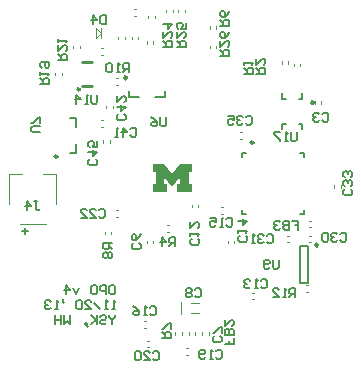
<source format=gbo>
%FSLAX24Y24*%
%MOIN*%
G70*
G01*
G75*
G04 Layer_Color=32896*
%ADD10C,0.0100*%
%ADD11R,0.2362X0.1890*%
%ADD12O,0.0315X0.0157*%
%ADD13O,0.0276X0.0098*%
%ADD14O,0.0098X0.0276*%
%ADD15R,0.0236X0.0157*%
%ADD16R,0.0197X0.0354*%
%ADD17R,0.0157X0.0236*%
%ADD18R,0.0354X0.0197*%
%ADD19R,0.1850X0.1850*%
%ADD20O,0.0110X0.0315*%
%ADD21O,0.0315X0.0110*%
%ADD22R,0.2028X0.2028*%
%ADD23O,0.0110X0.0335*%
%ADD24O,0.0335X0.0110*%
%ADD25O,0.0532X0.0177*%
%ADD26R,0.0532X0.0157*%
%ADD27R,0.0630X0.0748*%
%ADD28R,0.0551X0.0630*%
%ADD29R,0.0217X0.0394*%
%ADD30R,0.0276X0.0354*%
%ADD31R,0.0138X0.0098*%
%ADD32R,0.0098X0.0187*%
%ADD33R,0.0787X0.0472*%
%ADD34R,0.0142X0.0142*%
%ADD35R,0.0110X0.0110*%
G04:AMPARAMS|DCode=36|XSize=59.1mil|YSize=102.4mil|CornerRadius=0mil|HoleSize=0mil|Usage=FLASHONLY|Rotation=230.000|XOffset=0mil|YOffset=0mil|HoleType=Round|Shape=Rectangle|*
%AMROTATEDRECTD36*
4,1,4,-0.0202,0.0555,0.0582,-0.0103,0.0202,-0.0555,-0.0582,0.0103,-0.0202,0.0555,0.0*
%
%ADD36ROTATEDRECTD36*%

%ADD37R,0.0197X0.0315*%
G04:AMPARAMS|DCode=38|XSize=86.6mil|YSize=51.2mil|CornerRadius=12.8mil|HoleSize=0mil|Usage=FLASHONLY|Rotation=270.000|XOffset=0mil|YOffset=0mil|HoleType=Round|Shape=RoundedRectangle|*
%AMROUNDEDRECTD38*
21,1,0.0866,0.0256,0,0,270.0*
21,1,0.0610,0.0512,0,0,270.0*
1,1,0.0256,-0.0128,-0.0305*
1,1,0.0256,-0.0128,0.0305*
1,1,0.0256,0.0128,0.0305*
1,1,0.0256,0.0128,-0.0305*
%
%ADD38ROUNDEDRECTD38*%
G04:AMPARAMS|DCode=39|XSize=15.7mil|YSize=23.6mil|CornerRadius=3.9mil|HoleSize=0mil|Usage=FLASHONLY|Rotation=270.000|XOffset=0mil|YOffset=0mil|HoleType=Round|Shape=RoundedRectangle|*
%AMROUNDEDRECTD39*
21,1,0.0157,0.0157,0,0,270.0*
21,1,0.0079,0.0236,0,0,270.0*
1,1,0.0079,-0.0079,-0.0039*
1,1,0.0079,-0.0079,0.0039*
1,1,0.0079,0.0079,0.0039*
1,1,0.0079,0.0079,-0.0039*
%
%ADD39ROUNDEDRECTD39*%
%ADD40R,0.0118X0.0209*%
%ADD41R,0.0118X0.0193*%
%ADD42R,0.0157X0.0335*%
%ADD43R,0.0335X0.0157*%
%ADD44C,0.0060*%
%ADD45C,0.0050*%
%ADD46C,0.0120*%
%ADD47C,0.0181*%
%ADD48C,0.0080*%
%ADD49C,0.0150*%
%ADD50C,0.1260*%
%ADD51C,0.0630*%
%ADD52C,0.0197*%
%ADD53C,0.0180*%
%ADD54C,0.0260*%
%ADD55C,0.0220*%
%ADD56C,0.0200*%
%ADD57C,0.0276*%
%ADD58O,0.0098X0.0315*%
%ADD59O,0.0315X0.0098*%
%ADD60R,0.1299X0.1299*%
%ADD61R,0.0236X0.0591*%
%ADD62R,0.0591X0.0236*%
%ADD63R,0.0236X0.0610*%
%ADD64R,0.0472X0.0709*%
%ADD65R,0.0512X0.0217*%
%ADD66C,0.0098*%
%ADD67C,0.0079*%
%ADD68C,0.0039*%
%ADD69C,0.0047*%
G04:AMPARAMS|DCode=70|XSize=43.3mil|YSize=55.1mil|CornerRadius=0mil|HoleSize=0mil|Usage=FLASHONLY|Rotation=230.000|XOffset=0mil|YOffset=0mil|HoleType=Round|Shape=Rectangle|*
%AMROTATEDRECTD70*
4,1,4,-0.0072,0.0343,0.0350,-0.0011,0.0072,-0.0343,-0.0350,0.0011,-0.0072,0.0343,0.0*
%
%ADD70ROTATEDRECTD70*%

%ADD71R,0.2422X0.1950*%
%ADD72O,0.0375X0.0217*%
%ADD73O,0.0336X0.0158*%
%ADD74O,0.0158X0.0336*%
%ADD75R,0.0296X0.0217*%
%ADD76R,0.0257X0.0414*%
%ADD77R,0.0217X0.0296*%
%ADD78R,0.0414X0.0257*%
%ADD79R,0.1910X0.1910*%
%ADD80O,0.0165X0.0370*%
%ADD81O,0.0370X0.0165*%
%ADD82R,0.2088X0.2088*%
%ADD83O,0.0165X0.0390*%
%ADD84O,0.0390X0.0165*%
%ADD85O,0.0592X0.0237*%
%ADD86R,0.0610X0.0236*%
%ADD87R,0.0709X0.0827*%
%ADD88R,0.0630X0.0709*%
%ADD89R,0.0277X0.0454*%
%ADD90R,0.0336X0.0414*%
%ADD91R,0.0198X0.0158*%
%ADD92R,0.0158X0.0247*%
%ADD93R,0.0847X0.0532*%
%ADD94R,0.0202X0.0202*%
%ADD95R,0.0170X0.0170*%
G04:AMPARAMS|DCode=96|XSize=65.1mil|YSize=108.4mil|CornerRadius=0mil|HoleSize=0mil|Usage=FLASHONLY|Rotation=230.000|XOffset=0mil|YOffset=0mil|HoleType=Round|Shape=Rectangle|*
%AMROTATEDRECTD96*
4,1,4,-0.0206,0.0597,0.0624,-0.0099,0.0206,-0.0597,-0.0624,0.0099,-0.0206,0.0597,0.0*
%
%ADD96ROTATEDRECTD96*%

%ADD97R,0.0257X0.0375*%
G04:AMPARAMS|DCode=98|XSize=94.5mil|YSize=59.1mil|CornerRadius=16.7mil|HoleSize=0mil|Usage=FLASHONLY|Rotation=270.000|XOffset=0mil|YOffset=0mil|HoleType=Round|Shape=RoundedRectangle|*
%AMROUNDEDRECTD98*
21,1,0.0945,0.0256,0,0,270.0*
21,1,0.0610,0.0591,0,0,270.0*
1,1,0.0335,-0.0128,-0.0305*
1,1,0.0335,-0.0128,0.0305*
1,1,0.0335,0.0128,0.0305*
1,1,0.0335,0.0128,-0.0305*
%
%ADD98ROUNDEDRECTD98*%
G04:AMPARAMS|DCode=99|XSize=21.7mil|YSize=29.6mil|CornerRadius=6.9mil|HoleSize=0mil|Usage=FLASHONLY|Rotation=270.000|XOffset=0mil|YOffset=0mil|HoleType=Round|Shape=RoundedRectangle|*
%AMROUNDEDRECTD99*
21,1,0.0217,0.0157,0,0,270.0*
21,1,0.0079,0.0296,0,0,270.0*
1,1,0.0139,-0.0079,-0.0039*
1,1,0.0139,-0.0079,0.0039*
1,1,0.0139,0.0079,0.0039*
1,1,0.0139,0.0079,-0.0039*
%
%ADD99ROUNDEDRECTD99*%
%ADD100R,0.0178X0.0269*%
%ADD101R,0.0178X0.0253*%
%ADD102R,0.0217X0.0395*%
%ADD103R,0.0395X0.0217*%
%ADD104C,0.1320*%
%ADD105C,0.0690*%
%ADD106R,0.0060X0.0060*%
%ADD107C,0.0320*%
%ADD108C,0.0020*%
%ADD109O,0.0158X0.0375*%
%ADD110O,0.0375X0.0158*%
%ADD111R,0.1359X0.1359*%
%ADD112R,0.0296X0.0651*%
%ADD113R,0.0651X0.0296*%
%ADD114R,0.0296X0.0670*%
%ADD115R,0.0532X0.0769*%
%ADD116R,0.0572X0.0277*%
%ADD117C,0.0076*%
G36*
X744Y384D02*
X648D01*
Y-15D01*
X744D01*
Y-279D01*
X249D01*
Y-15D01*
X350D01*
Y224D01*
X104Y-120D01*
X87D01*
X-162Y224D01*
Y-15D01*
X-62D01*
Y-279D01*
X-557D01*
Y-15D01*
X-456D01*
Y384D01*
X-557D01*
Y648D01*
X-164D01*
X87Y300D01*
X100D01*
X352Y648D01*
X744D01*
Y384D01*
D02*
G37*
D10*
X-2986Y3138D02*
G03*
X-2986Y3138I-39J0D01*
G01*
X-2907Y4044D02*
X-2593D01*
X-2907Y3256D02*
X-2593D01*
D45*
X4250Y1700D02*
Y1450D01*
X4200Y1400D01*
X4100D01*
X4050Y1450D01*
Y1700D01*
X3950Y1400D02*
X3850D01*
X3900D01*
Y1700D01*
X3950Y1650D01*
X3700Y1700D02*
X3500D01*
Y1650D01*
X3700Y1450D01*
Y1400D01*
X-4500Y-600D02*
X-4400D01*
X-4450D01*
Y-850D01*
X-4400Y-900D01*
X-4350D01*
X-4300Y-850D01*
X-4750Y-900D02*
Y-600D01*
X-4600Y-750D01*
X-4800D01*
X-2400Y2950D02*
Y2700D01*
X-2450Y2650D01*
X-2550D01*
X-2600Y2700D01*
Y2950D01*
X-2700Y2650D02*
X-2800D01*
X-2750D01*
Y2950D01*
X-2700Y2900D01*
X-3100Y2650D02*
Y2950D01*
X-2950Y2800D01*
X-3150D01*
X5100Y2300D02*
X5150Y2350D01*
X5250D01*
X5300Y2300D01*
Y2100D01*
X5250Y2050D01*
X5150D01*
X5100Y2100D01*
X5000Y2300D02*
X4950Y2350D01*
X4850D01*
X4800Y2300D01*
Y2250D01*
X4850Y2200D01*
X4900D01*
X4850D01*
X4800Y2150D01*
Y2100D01*
X4850Y2050D01*
X4950D01*
X5000Y2100D01*
X-1000Y-2000D02*
X-950Y-2050D01*
Y-2150D01*
X-1000Y-2200D01*
X-1200D01*
X-1250Y-2150D01*
Y-2050D01*
X-1200Y-2000D01*
X-950Y-1700D02*
X-1000Y-1800D01*
X-1100Y-1900D01*
X-1200D01*
X-1250Y-1850D01*
Y-1750D01*
X-1200Y-1700D01*
X-1150D01*
X-1100Y-1750D01*
Y-1900D01*
X1700Y-5100D02*
X1750Y-5150D01*
Y-5250D01*
X1700Y-5300D01*
X1500D01*
X1450Y-5250D01*
Y-5150D01*
X1500Y-5100D01*
X1750Y-5000D02*
Y-4800D01*
X1700D01*
X1500Y-5000D01*
X1450D01*
X950Y-1850D02*
X1000Y-1900D01*
Y-2000D01*
X950Y-2050D01*
X750D01*
X700Y-2000D01*
Y-1900D01*
X750Y-1850D01*
X700Y-1750D02*
Y-1650D01*
Y-1700D01*
X1000D01*
X950Y-1750D01*
X700Y-1300D02*
Y-1500D01*
X900Y-1300D01*
X950D01*
X1000Y-1350D01*
Y-1450D01*
X950Y-1500D01*
X3050Y-3250D02*
X3100Y-3200D01*
X3200D01*
X3250Y-3250D01*
Y-3450D01*
X3200Y-3500D01*
X3100D01*
X3050Y-3450D01*
X2950Y-3500D02*
X2850D01*
X2900D01*
Y-3200D01*
X2950Y-3250D01*
X2700D02*
X2650Y-3200D01*
X2550D01*
X2500Y-3250D01*
Y-3300D01*
X2550Y-3350D01*
X2600D01*
X2550D01*
X2500Y-3400D01*
Y-3450D01*
X2550Y-3500D01*
X2650D01*
X2700Y-3450D01*
X2550Y-1750D02*
X2600Y-1800D01*
Y-1900D01*
X2550Y-1950D01*
X2350D01*
X2300Y-1900D01*
Y-1800D01*
X2350Y-1750D01*
X2300Y-1650D02*
Y-1550D01*
Y-1600D01*
X2600D01*
X2550Y-1650D01*
X2300Y-1250D02*
X2600D01*
X2450Y-1400D01*
Y-1200D01*
X1900Y-1200D02*
X1950Y-1150D01*
X2050D01*
X2100Y-1200D01*
Y-1400D01*
X2050Y-1450D01*
X1950D01*
X1900Y-1400D01*
X1800Y-1450D02*
X1700D01*
X1750D01*
Y-1150D01*
X1800Y-1200D01*
X1350Y-1150D02*
X1550D01*
Y-1300D01*
X1450Y-1250D01*
X1400D01*
X1350Y-1300D01*
Y-1400D01*
X1400Y-1450D01*
X1500D01*
X1550Y-1400D01*
X-650Y-4150D02*
X-600Y-4100D01*
X-500D01*
X-450Y-4150D01*
Y-4350D01*
X-500Y-4400D01*
X-600D01*
X-650Y-4350D01*
X-750Y-4400D02*
X-850D01*
X-800D01*
Y-4100D01*
X-750Y-4150D01*
X-1200Y-4100D02*
X-1100Y-4150D01*
X-1000Y-4250D01*
Y-4350D01*
X-1050Y-4400D01*
X-1150D01*
X-1200Y-4350D01*
Y-4300D01*
X-1150Y-4250D01*
X-1000D01*
X1550Y-5600D02*
X1600Y-5550D01*
X1700D01*
X1750Y-5600D01*
Y-5800D01*
X1700Y-5850D01*
X1600D01*
X1550Y-5800D01*
X1450Y-5850D02*
X1350D01*
X1400D01*
Y-5550D01*
X1450Y-5600D01*
X1200Y-5800D02*
X1150Y-5850D01*
X1050D01*
X1000Y-5800D01*
Y-5600D01*
X1050Y-5550D01*
X1150D01*
X1200Y-5600D01*
Y-5650D01*
X1150Y-5700D01*
X1000D01*
X-550Y-5650D02*
X-500Y-5600D01*
X-400D01*
X-350Y-5650D01*
Y-5850D01*
X-400Y-5900D01*
X-500D01*
X-550Y-5850D01*
X-850Y-5900D02*
X-650D01*
X-850Y-5700D01*
Y-5650D01*
X-800Y-5600D01*
X-700D01*
X-650Y-5650D01*
X-950D02*
X-1000Y-5600D01*
X-1100D01*
X-1150Y-5650D01*
Y-5850D01*
X-1100Y-5900D01*
X-1000D01*
X-950Y-5850D01*
Y-5650D01*
X-2350Y-900D02*
X-2300Y-850D01*
X-2200D01*
X-2150Y-900D01*
Y-1100D01*
X-2200Y-1150D01*
X-2300D01*
X-2350Y-1100D01*
X-2650Y-1150D02*
X-2450D01*
X-2650Y-950D01*
Y-900D01*
X-2600Y-850D01*
X-2500D01*
X-2450Y-900D01*
X-2950Y-1150D02*
X-2750D01*
X-2950Y-950D01*
Y-900D01*
X-2900Y-850D01*
X-2800D01*
X-2750Y-900D01*
X5700Y-1700D02*
X5750Y-1650D01*
X5850D01*
X5900Y-1700D01*
Y-1900D01*
X5850Y-1950D01*
X5750D01*
X5700Y-1900D01*
X5600Y-1700D02*
X5550Y-1650D01*
X5450D01*
X5400Y-1700D01*
Y-1750D01*
X5450Y-1800D01*
X5500D01*
X5450D01*
X5400Y-1850D01*
Y-1900D01*
X5450Y-1950D01*
X5550D01*
X5600Y-1900D01*
X5300Y-1700D02*
X5250Y-1650D01*
X5150D01*
X5100Y-1700D01*
Y-1900D01*
X5150Y-1950D01*
X5250D01*
X5300Y-1900D01*
Y-1700D01*
X3250Y-1750D02*
X3300Y-1700D01*
X3400D01*
X3450Y-1750D01*
Y-1950D01*
X3400Y-2000D01*
X3300D01*
X3250Y-1950D01*
X3150Y-1750D02*
X3100Y-1700D01*
X3000D01*
X2950Y-1750D01*
Y-1800D01*
X3000Y-1850D01*
X3050D01*
X3000D01*
X2950Y-1900D01*
Y-1950D01*
X3000Y-2000D01*
X3100D01*
X3150Y-1950D01*
X2850Y-2000D02*
X2750D01*
X2800D01*
Y-1700D01*
X2850Y-1750D01*
X2550Y2200D02*
X2600Y2250D01*
X2700D01*
X2750Y2200D01*
Y2000D01*
X2700Y1950D01*
X2600D01*
X2550Y2000D01*
X2450Y2200D02*
X2400Y2250D01*
X2300D01*
X2250Y2200D01*
Y2150D01*
X2300Y2100D01*
X2350D01*
X2300D01*
X2250Y2050D01*
Y2000D01*
X2300Y1950D01*
X2400D01*
X2450Y2000D01*
X1950Y2250D02*
X2150D01*
Y2100D01*
X2050Y2150D01*
X2000D01*
X1950Y2100D01*
Y2000D01*
X2000Y1950D01*
X2100D01*
X2150Y2000D01*
X-1300Y1800D02*
X-1250Y1850D01*
X-1150D01*
X-1100Y1800D01*
Y1600D01*
X-1150Y1550D01*
X-1250D01*
X-1300Y1600D01*
X-1550Y1550D02*
Y1850D01*
X-1400Y1700D01*
X-1600D01*
X-1700Y1550D02*
X-1800D01*
X-1750D01*
Y1850D01*
X-1700Y1800D01*
X-1500Y2300D02*
X-1450Y2250D01*
Y2150D01*
X-1500Y2100D01*
X-1700D01*
X-1750Y2150D01*
Y2250D01*
X-1700Y2300D01*
X-1750Y2550D02*
X-1450D01*
X-1600Y2400D01*
Y2600D01*
X-1750Y2900D02*
Y2700D01*
X-1550Y2900D01*
X-1500D01*
X-1450Y2850D01*
Y2750D01*
X-1500Y2700D01*
X-2450Y800D02*
X-2400Y750D01*
Y650D01*
X-2450Y600D01*
X-2650D01*
X-2700Y650D01*
Y750D01*
X-2650Y800D01*
X-2700Y1050D02*
X-2400D01*
X-2550Y900D01*
Y1100D01*
X-2400Y1400D02*
Y1200D01*
X-2550D01*
X-2500Y1300D01*
Y1350D01*
X-2550Y1400D01*
X-2650D01*
X-2700Y1350D01*
Y1250D01*
X-2650Y1200D01*
X-2100Y5600D02*
Y5300D01*
X-2250D01*
X-2300Y5350D01*
Y5550D01*
X-2250Y5600D01*
X-2100D01*
X-2550Y5300D02*
Y5600D01*
X-2400Y5450D01*
X-2600D01*
X2150Y-5150D02*
Y-5350D01*
X2000D01*
Y-5250D01*
Y-5350D01*
X1850D01*
X2150Y-5050D02*
X1850D01*
Y-4900D01*
X1900Y-4850D01*
X1950D01*
X2000Y-4900D01*
Y-5050D01*
Y-4900D01*
X2050Y-4850D01*
X2100D01*
X2150Y-4900D01*
Y-5050D01*
X1850Y-4550D02*
Y-4750D01*
X2050Y-4550D01*
X2100D01*
X2150Y-4600D01*
Y-4700D01*
X2100Y-4750D01*
X4100Y-1250D02*
X4300D01*
Y-1400D01*
X4200D01*
X4300D01*
Y-1550D01*
X4000Y-1250D02*
Y-1550D01*
X3850D01*
X3800Y-1500D01*
Y-1450D01*
X3850Y-1400D01*
X4000D01*
X3850D01*
X3800Y-1350D01*
Y-1300D01*
X3850Y-1250D01*
X4000D01*
X3700Y-1300D02*
X3650Y-1250D01*
X3550D01*
X3500Y-1300D01*
Y-1350D01*
X3550Y-1400D01*
X3600D01*
X3550D01*
X3500Y-1450D01*
Y-1500D01*
X3550Y-1550D01*
X3650D01*
X3700Y-1500D01*
X2500Y3650D02*
X2800D01*
Y3800D01*
X2750Y3850D01*
X2650D01*
X2600Y3800D01*
Y3650D01*
Y3750D02*
X2500Y3850D01*
Y3950D02*
Y4050D01*
Y4000D01*
X2800D01*
X2750Y3950D01*
X2900Y3650D02*
X3200D01*
Y3800D01*
X3150Y3850D01*
X3050D01*
X3000Y3800D01*
Y3650D01*
Y3750D02*
X2900Y3850D01*
Y4150D02*
Y3950D01*
X3100Y4150D01*
X3150D01*
X3200Y4100D01*
Y4000D01*
X3150Y3950D01*
X200Y-2100D02*
Y-1800D01*
X50D01*
X0Y-1850D01*
Y-1950D01*
X50Y-2000D01*
X200D01*
X100D02*
X0Y-2100D01*
X-250D02*
Y-1800D01*
X-100Y-1950D01*
X-300D01*
X1700Y5250D02*
X2000D01*
Y5400D01*
X1950Y5450D01*
X1850D01*
X1800Y5400D01*
Y5250D01*
Y5350D02*
X1700Y5450D01*
X2000Y5750D02*
X1950Y5650D01*
X1850Y5550D01*
X1750D01*
X1700Y5600D01*
Y5700D01*
X1750Y5750D01*
X1800D01*
X1850Y5700D01*
Y5550D01*
X-250Y-5150D02*
X50D01*
Y-5000D01*
X-0Y-4950D01*
X-100D01*
X-150Y-5000D01*
Y-5150D01*
Y-5050D02*
X-250Y-4950D01*
X50Y-4850D02*
Y-4650D01*
X-0D01*
X-200Y-4850D01*
X-250D01*
X-1900Y-2000D02*
X-2200D01*
Y-2150D01*
X-2150Y-2200D01*
X-2050D01*
X-2000Y-2150D01*
Y-2000D01*
Y-2100D02*
X-1900Y-2200D01*
X-2150Y-2300D02*
X-2200Y-2350D01*
Y-2450D01*
X-2150Y-2500D01*
X-2100D01*
X-2050Y-2450D01*
X-2000Y-2500D01*
X-1950D01*
X-1900Y-2450D01*
Y-2350D01*
X-1950Y-2300D01*
X-2000D01*
X-2050Y-2350D01*
X-2100Y-2300D01*
X-2150D01*
X-2050Y-2350D02*
Y-2450D01*
X-1350Y3700D02*
Y4000D01*
X-1500D01*
X-1550Y3950D01*
Y3850D01*
X-1500Y3800D01*
X-1350D01*
X-1450D02*
X-1550Y3700D01*
X-1650D02*
X-1750D01*
X-1700D01*
Y4000D01*
X-1650Y3950D01*
X-1900D02*
X-1950Y4000D01*
X-2050D01*
X-2100Y3950D01*
Y3750D01*
X-2050Y3700D01*
X-1950D01*
X-1900Y3750D01*
Y3950D01*
X4200Y-3800D02*
Y-3500D01*
X4050D01*
X4000Y-3550D01*
Y-3650D01*
X4050Y-3700D01*
X4200D01*
X4100D02*
X4000Y-3800D01*
X3900D02*
X3800D01*
X3850D01*
Y-3500D01*
X3900Y-3550D01*
X3450Y-3800D02*
X3650D01*
X3450Y-3600D01*
Y-3550D01*
X3500Y-3500D01*
X3600D01*
X3650Y-3550D01*
X-4300Y3300D02*
X-4000D01*
Y3450D01*
X-4050Y3500D01*
X-4150D01*
X-4200Y3450D01*
Y3300D01*
Y3400D02*
X-4300Y3500D01*
Y3600D02*
Y3700D01*
Y3650D01*
X-4000D01*
X-4050Y3600D01*
X-4250Y3850D02*
X-4300Y3900D01*
Y4000D01*
X-4250Y4050D01*
X-4050D01*
X-4000Y4000D01*
Y3900D01*
X-4050Y3850D01*
X-4100D01*
X-4150Y3900D01*
Y4050D01*
X-3700Y4100D02*
X-3400D01*
Y4250D01*
X-3450Y4300D01*
X-3550D01*
X-3600Y4250D01*
Y4100D01*
Y4200D02*
X-3700Y4300D01*
Y4600D02*
Y4400D01*
X-3500Y4600D01*
X-3450D01*
X-3400Y4550D01*
Y4450D01*
X-3450Y4400D01*
X-3700Y4700D02*
Y4800D01*
Y4750D01*
X-3400D01*
X-3450Y4700D01*
X-100Y2200D02*
Y1950D01*
X-150Y1900D01*
X-250D01*
X-300Y1950D01*
Y2200D01*
X-600D02*
X-500Y2150D01*
X-400Y2050D01*
Y1950D01*
X-450Y1900D01*
X-550D01*
X-600Y1950D01*
Y2000D01*
X-550Y2050D01*
X-400D01*
X-4300Y1700D02*
X-4550D01*
X-4600Y1750D01*
Y1850D01*
X-4550Y1900D01*
X-4300D01*
Y2000D02*
Y2200D01*
X-4350D01*
X-4550Y2000D01*
X-4600D01*
X3650Y-2550D02*
Y-2800D01*
X3600Y-2850D01*
X3500D01*
X3450Y-2800D01*
Y-2550D01*
X3350Y-2800D02*
X3300Y-2850D01*
X3200D01*
X3150Y-2800D01*
Y-2600D01*
X3200Y-2550D01*
X3300D01*
X3350Y-2600D01*
Y-2650D01*
X3300Y-2700D01*
X3150D01*
X-200Y4550D02*
X100D01*
Y4700D01*
X50Y4750D01*
X-50D01*
X-100Y4700D01*
Y4550D01*
Y4650D02*
X-200Y4750D01*
Y5050D02*
Y4850D01*
X-0Y5050D01*
X50D01*
X100Y5000D01*
Y4900D01*
X50Y4850D01*
X-200Y5300D02*
X100D01*
X-50Y5150D01*
Y5350D01*
X250Y4550D02*
X550D01*
Y4700D01*
X500Y4750D01*
X400D01*
X350Y4700D01*
Y4550D01*
Y4650D02*
X250Y4750D01*
Y5050D02*
Y4850D01*
X450Y5050D01*
X500D01*
X550Y5000D01*
Y4900D01*
X500Y4850D01*
X550Y5350D02*
Y5150D01*
X400D01*
X450Y5250D01*
Y5300D01*
X400Y5350D01*
X300D01*
X250Y5300D01*
Y5200D01*
X300Y5150D01*
X1700Y4250D02*
X2000D01*
Y4400D01*
X1950Y4450D01*
X1850D01*
X1800Y4400D01*
Y4250D01*
Y4350D02*
X1700Y4450D01*
Y4750D02*
Y4550D01*
X1900Y4750D01*
X1950D01*
X2000Y4700D01*
Y4600D01*
X1950Y4550D01*
X2000Y5050D02*
X1950Y4950D01*
X1850Y4850D01*
X1750D01*
X1700Y4900D01*
Y5000D01*
X1750Y5050D01*
X1800D01*
X1850Y5000D01*
Y4850D01*
X850Y-3550D02*
X900Y-3500D01*
X1000D01*
X1050Y-3550D01*
Y-3750D01*
X1000Y-3800D01*
X900D01*
X850Y-3750D01*
X750Y-3550D02*
X700Y-3500D01*
X600D01*
X550Y-3550D01*
Y-3600D01*
X600Y-3650D01*
X550Y-3700D01*
Y-3750D01*
X600Y-3800D01*
X700D01*
X750Y-3750D01*
Y-3700D01*
X700Y-3650D01*
X750Y-3600D01*
Y-3550D01*
X700Y-3650D02*
X600D01*
X6050Y-200D02*
X6100Y-250D01*
Y-350D01*
X6050Y-400D01*
X5850D01*
X5800Y-350D01*
Y-250D01*
X5850Y-200D01*
X6050Y-100D02*
X6100Y-50D01*
Y50D01*
X6050Y100D01*
X6000D01*
X5950Y50D01*
Y-0D01*
Y50D01*
X5900Y100D01*
X5850D01*
X5800Y50D01*
Y-50D01*
X5850Y-100D01*
X6050Y200D02*
X6100Y250D01*
Y350D01*
X6050Y400D01*
X6000D01*
X5950Y350D01*
Y300D01*
Y350D01*
X5900Y400D01*
X5850D01*
X5800Y350D01*
Y250D01*
X5850Y200D01*
X-1950Y-3400D02*
X-1850D01*
X-1800Y-3450D01*
Y-3650D01*
X-1850Y-3700D01*
X-1950D01*
X-2000Y-3650D01*
Y-3450D01*
X-1950Y-3400D01*
X-2100Y-3700D02*
Y-3400D01*
X-2250D01*
X-2300Y-3450D01*
Y-3550D01*
X-2250Y-3600D01*
X-2100D01*
X-2550Y-3400D02*
X-2450D01*
X-2400Y-3450D01*
Y-3650D01*
X-2450Y-3700D01*
X-2550D01*
X-2600Y-3650D01*
Y-3450D01*
X-2550Y-3400D01*
X-3000Y-3500D02*
X-3100Y-3700D01*
X-3200Y-3500D01*
X-3449Y-3700D02*
Y-3400D01*
X-3300Y-3550D01*
X-3499D01*
X-1800Y-4400D02*
Y-4450D01*
X-1900Y-4550D01*
X-2000Y-4450D01*
Y-4400D01*
X-1900Y-4550D02*
Y-4700D01*
X-2300Y-4450D02*
X-2250Y-4400D01*
X-2150D01*
X-2100Y-4450D01*
Y-4500D01*
X-2150Y-4550D01*
X-2250D01*
X-2300Y-4600D01*
Y-4650D01*
X-2250Y-4700D01*
X-2150D01*
X-2100Y-4650D01*
X-2400Y-4400D02*
Y-4700D01*
Y-4600D01*
X-2600Y-4400D01*
X-2450Y-4550D01*
X-2600Y-4700D01*
X-2750Y-4750D02*
X-2800Y-4700D01*
Y-4650D01*
X-2750D01*
Y-4700D01*
X-2800D01*
X-2750Y-4750D01*
X-2700Y-4800D01*
X-3300Y-4400D02*
Y-4700D01*
X-3399Y-4600D01*
X-3499Y-4700D01*
Y-4400D01*
X-3599D02*
Y-4700D01*
Y-4550D01*
X-3799D01*
Y-4400D01*
Y-4700D01*
X-1800Y-4200D02*
X-1900D01*
X-1850D01*
Y-3900D01*
X-1800Y-3950D01*
X-2050Y-4200D02*
X-2150D01*
X-2100D01*
Y-3900D01*
X-2050Y-3950D01*
X-2300Y-4200D02*
X-2500Y-4000D01*
X-2800Y-4200D02*
X-2600D01*
X-2800Y-4000D01*
Y-3950D01*
X-2750Y-3900D01*
X-2650D01*
X-2600Y-3950D01*
X-2900D02*
X-2950Y-3900D01*
X-3050D01*
X-3100Y-3950D01*
Y-4150D01*
X-3050Y-4200D01*
X-2950D01*
X-2900Y-4150D01*
Y-3950D01*
X-3549Y-3850D02*
Y-3950D01*
X-3499Y-4000D01*
X-3699Y-4200D02*
X-3799D01*
X-3749D01*
Y-3900D01*
X-3699Y-3950D01*
X-3949D02*
X-3999Y-3900D01*
X-4099D01*
X-4149Y-3950D01*
Y-4000D01*
X-4099Y-4050D01*
X-4049D01*
X-4099D01*
X-4149Y-4100D01*
Y-4150D01*
X-4099Y-4200D01*
X-3999D01*
X-3949Y-4150D01*
X-4700Y-1600D02*
X-4900D01*
X-4800Y-1500D02*
Y-1700D01*
D66*
X2810Y1358D02*
G03*
X2810Y1358I-49J0D01*
G01*
X4819Y2695D02*
G03*
X4819Y2695I-49J0D01*
G01*
X-1409Y3524D02*
G03*
X-1409Y3524I-49J0D01*
G01*
X-3725Y891D02*
G03*
X-3725Y891I-49J0D01*
G01*
X4963Y-2050D02*
G03*
X4963Y-2050I-49J0D01*
G01*
D67*
X2426Y-1024D02*
Y-896D01*
Y-1024D02*
X2554D01*
X4474D02*
Y-896D01*
X4346Y-1024D02*
X4474D01*
Y896D02*
Y1024D01*
X4346D02*
X4474D01*
X2426Y896D02*
Y1024D01*
X2554D01*
X4435Y2813D02*
Y3000D01*
X4307Y2813D02*
X4435D01*
X3765D02*
X3893D01*
X3765D02*
Y3000D01*
Y1800D02*
Y1987D01*
X3893D01*
X4307D02*
X4435D01*
Y1800D02*
Y1987D01*
X-474Y2874D02*
X-159D01*
Y3071D01*
X-1341Y2874D02*
X-1026D01*
X-1341D02*
Y3071D01*
X-3124Y1876D02*
Y2191D01*
X-3321D02*
X-3124D01*
Y1009D02*
Y1324D01*
X-3321Y1009D02*
X-3124D01*
X4362Y-2090D02*
X4638D01*
X4362Y-3310D02*
X4638D01*
Y-2090D01*
X4362Y-3310D02*
Y-2090D01*
D68*
X-1789Y-1108D02*
X-1711D01*
X-1789Y-892D02*
X-1711D01*
X-1942Y-1689D02*
Y-1611D01*
X-2158Y-1689D02*
Y-1611D01*
X-1258Y4811D02*
Y4889D01*
X-1042Y4811D02*
Y4889D01*
X-1189Y5592D02*
X-1111D01*
X-1189Y5808D02*
X-1111D01*
X-1708Y4811D02*
Y4889D01*
X-1492Y4811D02*
Y4889D01*
X-2289Y4292D02*
X-2211D01*
X-2289Y4508D02*
X-2211D01*
X-708Y5511D02*
Y5589D01*
X-492Y5511D02*
Y5589D01*
X-758Y4661D02*
Y4739D01*
X-542Y4661D02*
Y4739D01*
X4842Y2661D02*
Y2739D01*
X5058Y2661D02*
Y2739D01*
X4142Y3911D02*
Y3989D01*
X4358Y3911D02*
Y3989D01*
X3742Y3988D02*
Y4067D01*
X3958Y3988D02*
Y4067D01*
X1342Y5161D02*
Y5239D01*
X1558Y5161D02*
Y5239D01*
Y4511D02*
Y4589D01*
X1342Y4511D02*
Y4589D01*
X292Y5711D02*
Y5789D01*
X508Y5711D02*
Y5789D01*
X-108Y5711D02*
Y5789D01*
X108Y5711D02*
Y5789D01*
X-2271Y4833D02*
Y5177D01*
X-2439D02*
X-2271Y5010D01*
X-2439Y4833D02*
Y5177D01*
Y4833D02*
X-2271Y5000D01*
X-2108Y2511D02*
Y2589D01*
X-1892Y2511D02*
Y2589D01*
X-2289Y2108D02*
X-2211D01*
X-2289Y1892D02*
X-2211D01*
X-1992Y1361D02*
Y1439D01*
X-2208Y1361D02*
Y1439D01*
X-3763Y-681D02*
Y323D01*
X-4196D02*
X-3763D01*
X-5337D02*
X-4904D01*
X-5337Y-681D02*
Y323D01*
X-4983Y-1350D02*
X-4117D01*
X-3808Y3611D02*
Y3689D01*
X-3592Y3611D02*
Y3689D01*
X-2992Y4511D02*
Y4589D01*
X-3208Y4511D02*
Y4589D01*
X-1789Y3292D02*
X-1711D01*
X-1789Y3508D02*
X-1711D01*
X4561Y-3608D02*
X4639D01*
X4561Y-3392D02*
X4639D01*
X4661Y-1742D02*
X4739D01*
X4661Y-1958D02*
X4739D01*
X3911D02*
X3989D01*
X3911Y-1742D02*
X3989D01*
X4661Y-1458D02*
X4739D01*
X4661Y-1242D02*
X4739D01*
X2761Y-3858D02*
X2839D01*
X2761Y-3642D02*
X2839D01*
X712Y-3973D02*
X988D01*
X712Y-4317D02*
X988D01*
X400Y-4350D02*
Y-3950D01*
X1308Y-5039D02*
Y-4961D01*
X1092Y-5039D02*
Y-4961D01*
X642Y-5039D02*
Y-4961D01*
X858Y-5039D02*
Y-4961D01*
X192Y-5039D02*
Y-4961D01*
X408Y-5039D02*
Y-4961D01*
X561Y-5492D02*
X639D01*
X561Y-5708D02*
X639D01*
X-739Y-5458D02*
X-661D01*
X-739Y-5242D02*
X-661D01*
X-839Y-4592D02*
X-761D01*
X-839Y-4808D02*
X-761D01*
X2158Y-1989D02*
Y-1911D01*
X1942Y-1989D02*
Y-1911D01*
X1711Y-1008D02*
X1789D01*
X1711Y-792D02*
X1789D01*
X958Y-789D02*
Y-711D01*
X742Y-789D02*
Y-711D01*
X-89Y-1392D02*
X-11D01*
X-89Y-1608D02*
X-11D01*
X-758Y-1989D02*
Y-1911D01*
X-542Y-1989D02*
Y-1911D01*
X2361Y1708D02*
X2439D01*
X2361Y1492D02*
X2439D01*
X5708Y-139D02*
Y-61D01*
X5492Y-139D02*
Y-61D01*
M02*

</source>
